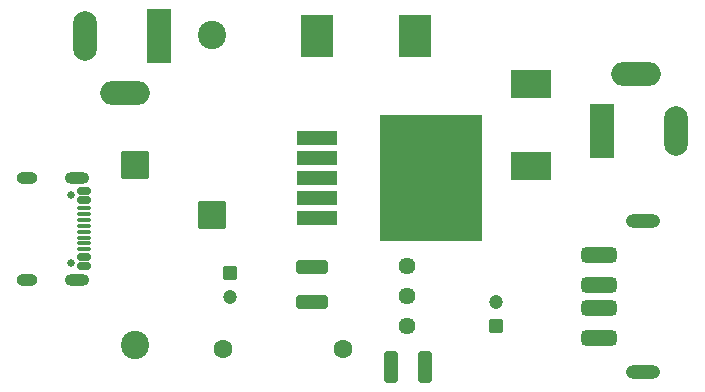
<source format=gbr>
%TF.GenerationSoftware,KiCad,Pcbnew,9.0.6*%
%TF.CreationDate,2026-01-01T16:42:10+02:00*%
%TF.ProjectId,RouterSupplySwitcherSource,526f7574-6572-4537-9570-706c79537769,rev?*%
%TF.SameCoordinates,Original*%
%TF.FileFunction,Soldermask,Top*%
%TF.FilePolarity,Negative*%
%FSLAX46Y46*%
G04 Gerber Fmt 4.6, Leading zero omitted, Abs format (unit mm)*
G04 Created by KiCad (PCBNEW 9.0.6) date 2026-01-01 16:42:10*
%MOMM*%
%LPD*%
G01*
G04 APERTURE LIST*
G04 Aperture macros list*
%AMRoundRect*
0 Rectangle with rounded corners*
0 $1 Rounding radius*
0 $2 $3 $4 $5 $6 $7 $8 $9 X,Y pos of 4 corners*
0 Add a 4 corners polygon primitive as box body*
4,1,4,$2,$3,$4,$5,$6,$7,$8,$9,$2,$3,0*
0 Add four circle primitives for the rounded corners*
1,1,$1+$1,$2,$3*
1,1,$1+$1,$4,$5*
1,1,$1+$1,$6,$7*
1,1,$1+$1,$8,$9*
0 Add four rect primitives between the rounded corners*
20,1,$1+$1,$2,$3,$4,$5,0*
20,1,$1+$1,$4,$5,$6,$7,0*
20,1,$1+$1,$6,$7,$8,$9,0*
20,1,$1+$1,$8,$9,$2,$3,0*%
G04 Aperture macros list end*
%ADD10RoundRect,0.250000X-0.350000X0.350000X-0.350000X-0.350000X0.350000X-0.350000X0.350000X0.350000X0*%
%ADD11C,1.200000*%
%ADD12RoundRect,0.102000X-1.605000X-0.525000X1.605000X-0.525000X1.605000X0.525000X-1.605000X0.525000X0*%
%ADD13RoundRect,0.102000X-4.230000X-5.265000X4.230000X-5.265000X4.230000X5.265000X-4.230000X5.265000X0*%
%ADD14RoundRect,0.250000X0.350000X-0.350000X0.350000X0.350000X-0.350000X0.350000X-0.350000X-0.350000X0*%
%ADD15RoundRect,0.102000X1.590000X-1.125000X1.590000X1.125000X-1.590000X1.125000X-1.590000X-1.125000X0*%
%ADD16R,2.700000X3.600000*%
%ADD17C,1.440000*%
%ADD18RoundRect,0.250000X0.325000X1.100000X-0.325000X1.100000X-0.325000X-1.100000X0.325000X-1.100000X0*%
%ADD19R,2.000000X4.600000*%
%ADD20O,2.000000X4.200000*%
%ADD21O,4.200000X2.000000*%
%ADD22RoundRect,0.250000X1.100000X-0.325000X1.100000X0.325000X-1.100000X0.325000X-1.100000X-0.325000X0*%
%ADD23RoundRect,0.325000X1.175000X-0.325000X1.175000X0.325000X-1.175000X0.325000X-1.175000X-0.325000X0*%
%ADD24O,2.900000X1.200000*%
%ADD25C,1.600000*%
%ADD26RoundRect,0.250001X-0.949999X0.949999X-0.949999X-0.949999X0.949999X-0.949999X0.949999X0.949999X0*%
%ADD27C,2.400000*%
%ADD28C,0.650000*%
%ADD29RoundRect,0.150000X-0.425000X0.150000X-0.425000X-0.150000X0.425000X-0.150000X0.425000X0.150000X0*%
%ADD30RoundRect,0.075000X-0.500000X0.075000X-0.500000X-0.075000X0.500000X-0.075000X0.500000X0.075000X0*%
%ADD31O,2.100000X1.000000*%
%ADD32O,1.800000X1.000000*%
%ADD33RoundRect,0.250001X0.949999X-0.949999X0.949999X0.949999X-0.949999X0.949999X-0.949999X-0.949999X0*%
G04 APERTURE END LIST*
D10*
%TO.C,C1*%
X122955000Y-98072401D03*
D11*
X122955000Y-100072401D03*
%TD*%
D12*
%TO.C,VR1*%
X130325000Y-86645000D03*
X130325000Y-88345000D03*
X130325000Y-90045000D03*
X130325000Y-91745000D03*
X130325000Y-93445000D03*
D13*
X139955000Y-90045000D03*
%TD*%
D14*
%TO.C,C4*%
X145455000Y-102517600D03*
D11*
X145455000Y-100517600D03*
%TD*%
D15*
%TO.C,D3*%
X148455000Y-82090000D03*
X148455000Y-89000000D03*
%TD*%
D16*
%TO.C,L1*%
X130305000Y-78045000D03*
X138605000Y-78045000D03*
%TD*%
D17*
%TO.C,RV1*%
X137955000Y-97465000D03*
X137955000Y-100005000D03*
X137955000Y-102545000D03*
%TD*%
D18*
%TO.C,C3*%
X139520000Y-106005000D03*
X136570000Y-106005000D03*
%TD*%
D19*
%TO.C,J1*%
X116955000Y-78045000D03*
D20*
X110655000Y-78045000D03*
D21*
X114055000Y-82845000D03*
%TD*%
D22*
%TO.C,C2*%
X129955000Y-100520000D03*
X129955000Y-97570000D03*
%TD*%
D23*
%TO.C,J3*%
X154205000Y-103545000D03*
X154205000Y-101045000D03*
X154205000Y-99045000D03*
X154205000Y-96545000D03*
D24*
X157905000Y-106445000D03*
X157905000Y-93645000D03*
%TD*%
D25*
%TO.C,R1*%
X132535000Y-104545000D03*
X122375000Y-104545000D03*
%TD*%
D26*
%TO.C,D2*%
X114955000Y-88925000D03*
D27*
X114955000Y-104165000D03*
%TD*%
D28*
%TO.C,P1*%
X109500000Y-91430000D03*
X109500000Y-97210000D03*
D29*
X110575000Y-91120000D03*
X110575000Y-91920000D03*
D30*
X110575000Y-93070000D03*
X110575000Y-94070000D03*
X110575000Y-94570000D03*
X110575000Y-95570000D03*
D29*
X110575000Y-96720000D03*
X110575000Y-97520000D03*
X110575000Y-97520000D03*
X110575000Y-96720000D03*
D30*
X110575000Y-96070000D03*
X110575000Y-95070000D03*
X110575000Y-93570000D03*
X110575000Y-92570000D03*
D29*
X110575000Y-91920000D03*
X110575000Y-91120000D03*
D31*
X110000000Y-90000000D03*
D32*
X105820000Y-90000000D03*
D31*
X110000000Y-98640000D03*
D32*
X105820000Y-98640000D03*
%TD*%
D33*
%TO.C,D1*%
X121455000Y-93165000D03*
D27*
X121455000Y-77925000D03*
%TD*%
D19*
%TO.C,J2*%
X154445000Y-86045000D03*
D20*
X160745000Y-86045000D03*
D21*
X157345000Y-81245000D03*
%TD*%
M02*

</source>
